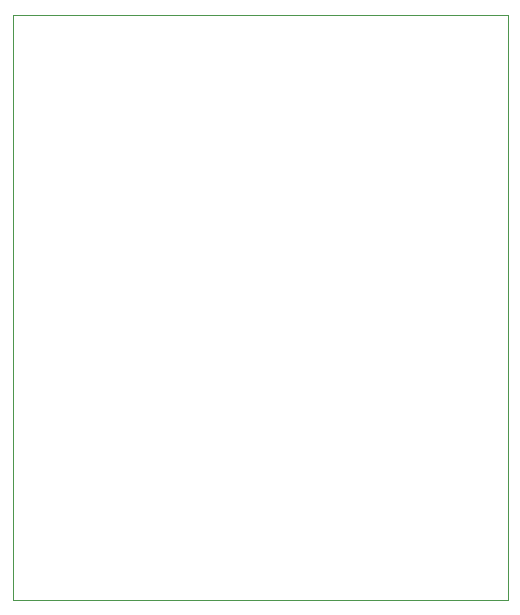
<source format=gbr>
%TF.GenerationSoftware,KiCad,Pcbnew,5.1.9+dfsg1-1*%
%TF.CreationDate,2021-09-21T21:20:37+00:00*%
%TF.ProjectId,wanted_morse,77616e74-6564-45f6-9d6f-7273652e6b69,rev?*%
%TF.SameCoordinates,Original*%
%TF.FileFunction,Profile,NP*%
%FSLAX46Y46*%
G04 Gerber Fmt 4.6, Leading zero omitted, Abs format (unit mm)*
G04 Created by KiCad (PCBNEW 5.1.9+dfsg1-1) date 2021-09-21 21:20:37*
%MOMM*%
%LPD*%
G01*
G04 APERTURE LIST*
%TA.AperFunction,Profile*%
%ADD10C,0.050000*%
%TD*%
G04 APERTURE END LIST*
D10*
X120650000Y-88900000D02*
X120650000Y-39370000D01*
X162560000Y-88900000D02*
X120650000Y-88900000D01*
X162560000Y-39370000D02*
X162560000Y-88900000D01*
X120650000Y-39370000D02*
X162560000Y-39370000D01*
M02*

</source>
